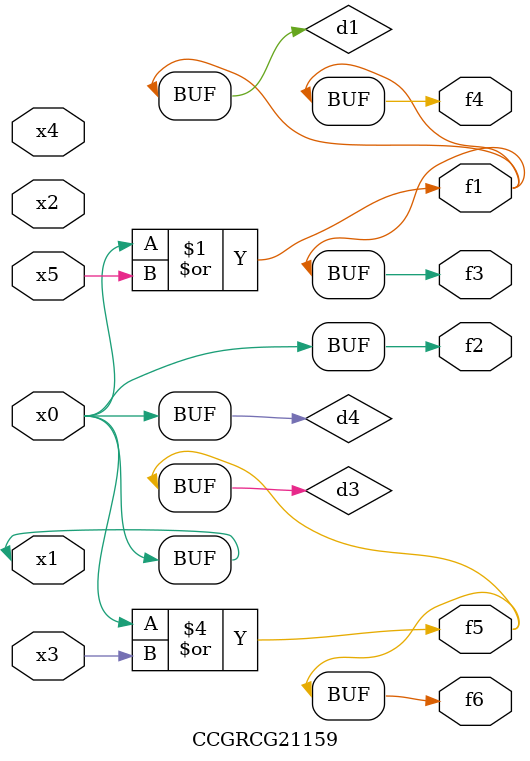
<source format=v>
module CCGRCG21159(
	input x0, x1, x2, x3, x4, x5,
	output f1, f2, f3, f4, f5, f6
);

	wire d1, d2, d3, d4;

	or (d1, x0, x5);
	xnor (d2, x1, x4);
	or (d3, x0, x3);
	buf (d4, x0, x1);
	assign f1 = d1;
	assign f2 = d4;
	assign f3 = d1;
	assign f4 = d1;
	assign f5 = d3;
	assign f6 = d3;
endmodule

</source>
